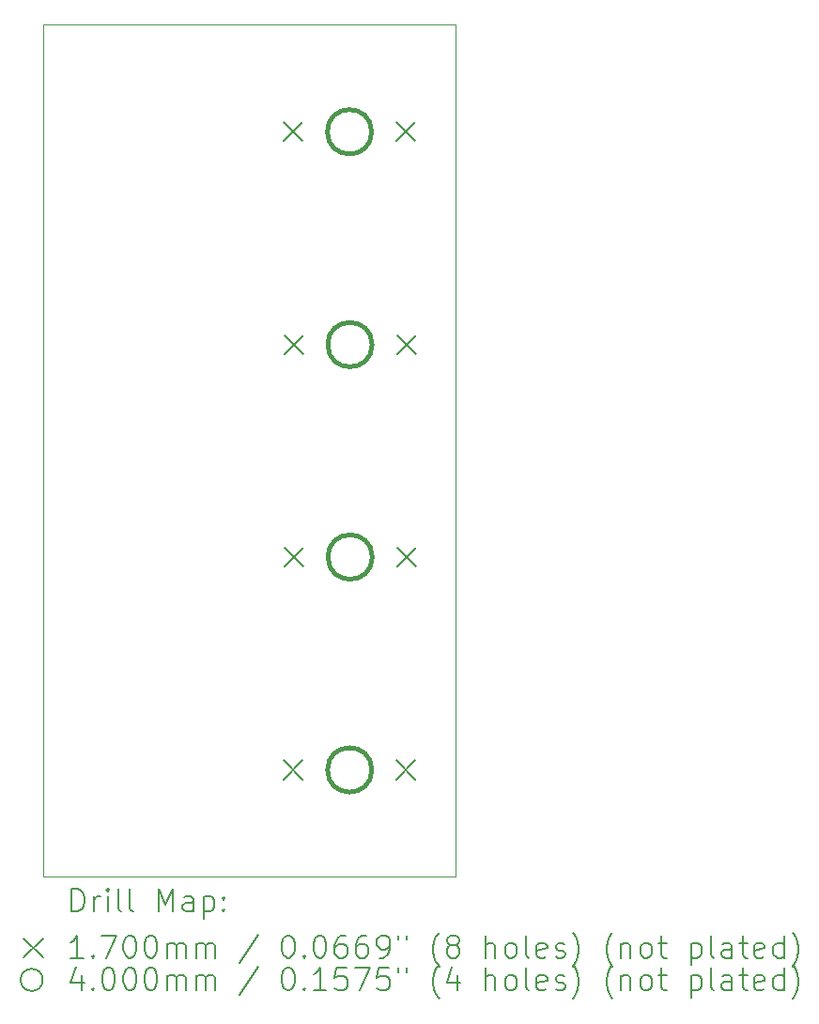
<source format=gbr>
%TF.GenerationSoftware,KiCad,Pcbnew,8.0.6*%
%TF.CreationDate,2024-11-02T08:18:00+08:00*%
%TF.ProjectId,macropad,6d616372-6f70-4616-942e-6b696361645f,rev?*%
%TF.SameCoordinates,Original*%
%TF.FileFunction,Drillmap*%
%TF.FilePolarity,Positive*%
%FSLAX45Y45*%
G04 Gerber Fmt 4.5, Leading zero omitted, Abs format (unit mm)*
G04 Created by KiCad (PCBNEW 8.0.6) date 2024-11-02 08:18:00*
%MOMM*%
%LPD*%
G01*
G04 APERTURE LIST*
%ADD10C,0.050000*%
%ADD11C,0.200000*%
%ADD12C,0.170000*%
%ADD13C,0.400000*%
G04 APERTURE END LIST*
D10*
X12680000Y-7690000D02*
X16400000Y-7690000D01*
X16400000Y-15370000D01*
X12680000Y-15370000D01*
X12680000Y-7690000D01*
D11*
D12*
X14849000Y-8574253D02*
X15019000Y-8744253D01*
X15019000Y-8574253D02*
X14849000Y-8744253D01*
X14850400Y-14324863D02*
X15020400Y-14494863D01*
X15020400Y-14324863D02*
X14850400Y-14494863D01*
X14853000Y-10492410D02*
X15023000Y-10662410D01*
X15023000Y-10492410D02*
X14853000Y-10662410D01*
X14854600Y-12406610D02*
X15024600Y-12576610D01*
X15024600Y-12406610D02*
X14854600Y-12576610D01*
X15865000Y-8574253D02*
X16035000Y-8744253D01*
X16035000Y-8574253D02*
X15865000Y-8744253D01*
X15866400Y-14324863D02*
X16036400Y-14494863D01*
X16036400Y-14324863D02*
X15866400Y-14494863D01*
X15869000Y-10492410D02*
X16039000Y-10662410D01*
X16039000Y-10492410D02*
X15869000Y-10662410D01*
X15870600Y-12406610D02*
X16040600Y-12576610D01*
X16040600Y-12406610D02*
X15870600Y-12576610D01*
D13*
X15642000Y-8659253D02*
G75*
G02*
X15242000Y-8659253I-200000J0D01*
G01*
X15242000Y-8659253D02*
G75*
G02*
X15642000Y-8659253I200000J0D01*
G01*
X15643400Y-14409863D02*
G75*
G02*
X15243400Y-14409863I-200000J0D01*
G01*
X15243400Y-14409863D02*
G75*
G02*
X15643400Y-14409863I200000J0D01*
G01*
X15646000Y-10577410D02*
G75*
G02*
X15246000Y-10577410I-200000J0D01*
G01*
X15246000Y-10577410D02*
G75*
G02*
X15646000Y-10577410I200000J0D01*
G01*
X15647600Y-12491610D02*
G75*
G02*
X15247600Y-12491610I-200000J0D01*
G01*
X15247600Y-12491610D02*
G75*
G02*
X15647600Y-12491610I200000J0D01*
G01*
D11*
X12938277Y-15683984D02*
X12938277Y-15483984D01*
X12938277Y-15483984D02*
X12985896Y-15483984D01*
X12985896Y-15483984D02*
X13014467Y-15493508D01*
X13014467Y-15493508D02*
X13033515Y-15512555D01*
X13033515Y-15512555D02*
X13043039Y-15531603D01*
X13043039Y-15531603D02*
X13052562Y-15569698D01*
X13052562Y-15569698D02*
X13052562Y-15598269D01*
X13052562Y-15598269D02*
X13043039Y-15636365D01*
X13043039Y-15636365D02*
X13033515Y-15655412D01*
X13033515Y-15655412D02*
X13014467Y-15674460D01*
X13014467Y-15674460D02*
X12985896Y-15683984D01*
X12985896Y-15683984D02*
X12938277Y-15683984D01*
X13138277Y-15683984D02*
X13138277Y-15550650D01*
X13138277Y-15588746D02*
X13147801Y-15569698D01*
X13147801Y-15569698D02*
X13157324Y-15560174D01*
X13157324Y-15560174D02*
X13176372Y-15550650D01*
X13176372Y-15550650D02*
X13195420Y-15550650D01*
X13262086Y-15683984D02*
X13262086Y-15550650D01*
X13262086Y-15483984D02*
X13252562Y-15493508D01*
X13252562Y-15493508D02*
X13262086Y-15503031D01*
X13262086Y-15503031D02*
X13271610Y-15493508D01*
X13271610Y-15493508D02*
X13262086Y-15483984D01*
X13262086Y-15483984D02*
X13262086Y-15503031D01*
X13385896Y-15683984D02*
X13366848Y-15674460D01*
X13366848Y-15674460D02*
X13357324Y-15655412D01*
X13357324Y-15655412D02*
X13357324Y-15483984D01*
X13490658Y-15683984D02*
X13471610Y-15674460D01*
X13471610Y-15674460D02*
X13462086Y-15655412D01*
X13462086Y-15655412D02*
X13462086Y-15483984D01*
X13719229Y-15683984D02*
X13719229Y-15483984D01*
X13719229Y-15483984D02*
X13785896Y-15626841D01*
X13785896Y-15626841D02*
X13852562Y-15483984D01*
X13852562Y-15483984D02*
X13852562Y-15683984D01*
X14033515Y-15683984D02*
X14033515Y-15579222D01*
X14033515Y-15579222D02*
X14023991Y-15560174D01*
X14023991Y-15560174D02*
X14004943Y-15550650D01*
X14004943Y-15550650D02*
X13966848Y-15550650D01*
X13966848Y-15550650D02*
X13947801Y-15560174D01*
X14033515Y-15674460D02*
X14014467Y-15683984D01*
X14014467Y-15683984D02*
X13966848Y-15683984D01*
X13966848Y-15683984D02*
X13947801Y-15674460D01*
X13947801Y-15674460D02*
X13938277Y-15655412D01*
X13938277Y-15655412D02*
X13938277Y-15636365D01*
X13938277Y-15636365D02*
X13947801Y-15617317D01*
X13947801Y-15617317D02*
X13966848Y-15607793D01*
X13966848Y-15607793D02*
X14014467Y-15607793D01*
X14014467Y-15607793D02*
X14033515Y-15598269D01*
X14128753Y-15550650D02*
X14128753Y-15750650D01*
X14128753Y-15560174D02*
X14147801Y-15550650D01*
X14147801Y-15550650D02*
X14185896Y-15550650D01*
X14185896Y-15550650D02*
X14204943Y-15560174D01*
X14204943Y-15560174D02*
X14214467Y-15569698D01*
X14214467Y-15569698D02*
X14223991Y-15588746D01*
X14223991Y-15588746D02*
X14223991Y-15645888D01*
X14223991Y-15645888D02*
X14214467Y-15664936D01*
X14214467Y-15664936D02*
X14204943Y-15674460D01*
X14204943Y-15674460D02*
X14185896Y-15683984D01*
X14185896Y-15683984D02*
X14147801Y-15683984D01*
X14147801Y-15683984D02*
X14128753Y-15674460D01*
X14309705Y-15664936D02*
X14319229Y-15674460D01*
X14319229Y-15674460D02*
X14309705Y-15683984D01*
X14309705Y-15683984D02*
X14300182Y-15674460D01*
X14300182Y-15674460D02*
X14309705Y-15664936D01*
X14309705Y-15664936D02*
X14309705Y-15683984D01*
X14309705Y-15560174D02*
X14319229Y-15569698D01*
X14319229Y-15569698D02*
X14309705Y-15579222D01*
X14309705Y-15579222D02*
X14300182Y-15569698D01*
X14300182Y-15569698D02*
X14309705Y-15560174D01*
X14309705Y-15560174D02*
X14309705Y-15579222D01*
D12*
X12507500Y-15927500D02*
X12677500Y-16097500D01*
X12677500Y-15927500D02*
X12507500Y-16097500D01*
D11*
X13043039Y-16103984D02*
X12928753Y-16103984D01*
X12985896Y-16103984D02*
X12985896Y-15903984D01*
X12985896Y-15903984D02*
X12966848Y-15932555D01*
X12966848Y-15932555D02*
X12947801Y-15951603D01*
X12947801Y-15951603D02*
X12928753Y-15961127D01*
X13128753Y-16084936D02*
X13138277Y-16094460D01*
X13138277Y-16094460D02*
X13128753Y-16103984D01*
X13128753Y-16103984D02*
X13119229Y-16094460D01*
X13119229Y-16094460D02*
X13128753Y-16084936D01*
X13128753Y-16084936D02*
X13128753Y-16103984D01*
X13204943Y-15903984D02*
X13338277Y-15903984D01*
X13338277Y-15903984D02*
X13252562Y-16103984D01*
X13452562Y-15903984D02*
X13471610Y-15903984D01*
X13471610Y-15903984D02*
X13490658Y-15913508D01*
X13490658Y-15913508D02*
X13500182Y-15923031D01*
X13500182Y-15923031D02*
X13509705Y-15942079D01*
X13509705Y-15942079D02*
X13519229Y-15980174D01*
X13519229Y-15980174D02*
X13519229Y-16027793D01*
X13519229Y-16027793D02*
X13509705Y-16065888D01*
X13509705Y-16065888D02*
X13500182Y-16084936D01*
X13500182Y-16084936D02*
X13490658Y-16094460D01*
X13490658Y-16094460D02*
X13471610Y-16103984D01*
X13471610Y-16103984D02*
X13452562Y-16103984D01*
X13452562Y-16103984D02*
X13433515Y-16094460D01*
X13433515Y-16094460D02*
X13423991Y-16084936D01*
X13423991Y-16084936D02*
X13414467Y-16065888D01*
X13414467Y-16065888D02*
X13404943Y-16027793D01*
X13404943Y-16027793D02*
X13404943Y-15980174D01*
X13404943Y-15980174D02*
X13414467Y-15942079D01*
X13414467Y-15942079D02*
X13423991Y-15923031D01*
X13423991Y-15923031D02*
X13433515Y-15913508D01*
X13433515Y-15913508D02*
X13452562Y-15903984D01*
X13643039Y-15903984D02*
X13662086Y-15903984D01*
X13662086Y-15903984D02*
X13681134Y-15913508D01*
X13681134Y-15913508D02*
X13690658Y-15923031D01*
X13690658Y-15923031D02*
X13700182Y-15942079D01*
X13700182Y-15942079D02*
X13709705Y-15980174D01*
X13709705Y-15980174D02*
X13709705Y-16027793D01*
X13709705Y-16027793D02*
X13700182Y-16065888D01*
X13700182Y-16065888D02*
X13690658Y-16084936D01*
X13690658Y-16084936D02*
X13681134Y-16094460D01*
X13681134Y-16094460D02*
X13662086Y-16103984D01*
X13662086Y-16103984D02*
X13643039Y-16103984D01*
X13643039Y-16103984D02*
X13623991Y-16094460D01*
X13623991Y-16094460D02*
X13614467Y-16084936D01*
X13614467Y-16084936D02*
X13604943Y-16065888D01*
X13604943Y-16065888D02*
X13595420Y-16027793D01*
X13595420Y-16027793D02*
X13595420Y-15980174D01*
X13595420Y-15980174D02*
X13604943Y-15942079D01*
X13604943Y-15942079D02*
X13614467Y-15923031D01*
X13614467Y-15923031D02*
X13623991Y-15913508D01*
X13623991Y-15913508D02*
X13643039Y-15903984D01*
X13795420Y-16103984D02*
X13795420Y-15970650D01*
X13795420Y-15989698D02*
X13804943Y-15980174D01*
X13804943Y-15980174D02*
X13823991Y-15970650D01*
X13823991Y-15970650D02*
X13852563Y-15970650D01*
X13852563Y-15970650D02*
X13871610Y-15980174D01*
X13871610Y-15980174D02*
X13881134Y-15999222D01*
X13881134Y-15999222D02*
X13881134Y-16103984D01*
X13881134Y-15999222D02*
X13890658Y-15980174D01*
X13890658Y-15980174D02*
X13909705Y-15970650D01*
X13909705Y-15970650D02*
X13938277Y-15970650D01*
X13938277Y-15970650D02*
X13957324Y-15980174D01*
X13957324Y-15980174D02*
X13966848Y-15999222D01*
X13966848Y-15999222D02*
X13966848Y-16103984D01*
X14062086Y-16103984D02*
X14062086Y-15970650D01*
X14062086Y-15989698D02*
X14071610Y-15980174D01*
X14071610Y-15980174D02*
X14090658Y-15970650D01*
X14090658Y-15970650D02*
X14119229Y-15970650D01*
X14119229Y-15970650D02*
X14138277Y-15980174D01*
X14138277Y-15980174D02*
X14147801Y-15999222D01*
X14147801Y-15999222D02*
X14147801Y-16103984D01*
X14147801Y-15999222D02*
X14157324Y-15980174D01*
X14157324Y-15980174D02*
X14176372Y-15970650D01*
X14176372Y-15970650D02*
X14204943Y-15970650D01*
X14204943Y-15970650D02*
X14223991Y-15980174D01*
X14223991Y-15980174D02*
X14233515Y-15999222D01*
X14233515Y-15999222D02*
X14233515Y-16103984D01*
X14623991Y-15894460D02*
X14452563Y-16151603D01*
X14881134Y-15903984D02*
X14900182Y-15903984D01*
X14900182Y-15903984D02*
X14919229Y-15913508D01*
X14919229Y-15913508D02*
X14928753Y-15923031D01*
X14928753Y-15923031D02*
X14938277Y-15942079D01*
X14938277Y-15942079D02*
X14947801Y-15980174D01*
X14947801Y-15980174D02*
X14947801Y-16027793D01*
X14947801Y-16027793D02*
X14938277Y-16065888D01*
X14938277Y-16065888D02*
X14928753Y-16084936D01*
X14928753Y-16084936D02*
X14919229Y-16094460D01*
X14919229Y-16094460D02*
X14900182Y-16103984D01*
X14900182Y-16103984D02*
X14881134Y-16103984D01*
X14881134Y-16103984D02*
X14862086Y-16094460D01*
X14862086Y-16094460D02*
X14852563Y-16084936D01*
X14852563Y-16084936D02*
X14843039Y-16065888D01*
X14843039Y-16065888D02*
X14833515Y-16027793D01*
X14833515Y-16027793D02*
X14833515Y-15980174D01*
X14833515Y-15980174D02*
X14843039Y-15942079D01*
X14843039Y-15942079D02*
X14852563Y-15923031D01*
X14852563Y-15923031D02*
X14862086Y-15913508D01*
X14862086Y-15913508D02*
X14881134Y-15903984D01*
X15033515Y-16084936D02*
X15043039Y-16094460D01*
X15043039Y-16094460D02*
X15033515Y-16103984D01*
X15033515Y-16103984D02*
X15023991Y-16094460D01*
X15023991Y-16094460D02*
X15033515Y-16084936D01*
X15033515Y-16084936D02*
X15033515Y-16103984D01*
X15166848Y-15903984D02*
X15185896Y-15903984D01*
X15185896Y-15903984D02*
X15204944Y-15913508D01*
X15204944Y-15913508D02*
X15214467Y-15923031D01*
X15214467Y-15923031D02*
X15223991Y-15942079D01*
X15223991Y-15942079D02*
X15233515Y-15980174D01*
X15233515Y-15980174D02*
X15233515Y-16027793D01*
X15233515Y-16027793D02*
X15223991Y-16065888D01*
X15223991Y-16065888D02*
X15214467Y-16084936D01*
X15214467Y-16084936D02*
X15204944Y-16094460D01*
X15204944Y-16094460D02*
X15185896Y-16103984D01*
X15185896Y-16103984D02*
X15166848Y-16103984D01*
X15166848Y-16103984D02*
X15147801Y-16094460D01*
X15147801Y-16094460D02*
X15138277Y-16084936D01*
X15138277Y-16084936D02*
X15128753Y-16065888D01*
X15128753Y-16065888D02*
X15119229Y-16027793D01*
X15119229Y-16027793D02*
X15119229Y-15980174D01*
X15119229Y-15980174D02*
X15128753Y-15942079D01*
X15128753Y-15942079D02*
X15138277Y-15923031D01*
X15138277Y-15923031D02*
X15147801Y-15913508D01*
X15147801Y-15913508D02*
X15166848Y-15903984D01*
X15404944Y-15903984D02*
X15366848Y-15903984D01*
X15366848Y-15903984D02*
X15347801Y-15913508D01*
X15347801Y-15913508D02*
X15338277Y-15923031D01*
X15338277Y-15923031D02*
X15319229Y-15951603D01*
X15319229Y-15951603D02*
X15309706Y-15989698D01*
X15309706Y-15989698D02*
X15309706Y-16065888D01*
X15309706Y-16065888D02*
X15319229Y-16084936D01*
X15319229Y-16084936D02*
X15328753Y-16094460D01*
X15328753Y-16094460D02*
X15347801Y-16103984D01*
X15347801Y-16103984D02*
X15385896Y-16103984D01*
X15385896Y-16103984D02*
X15404944Y-16094460D01*
X15404944Y-16094460D02*
X15414467Y-16084936D01*
X15414467Y-16084936D02*
X15423991Y-16065888D01*
X15423991Y-16065888D02*
X15423991Y-16018269D01*
X15423991Y-16018269D02*
X15414467Y-15999222D01*
X15414467Y-15999222D02*
X15404944Y-15989698D01*
X15404944Y-15989698D02*
X15385896Y-15980174D01*
X15385896Y-15980174D02*
X15347801Y-15980174D01*
X15347801Y-15980174D02*
X15328753Y-15989698D01*
X15328753Y-15989698D02*
X15319229Y-15999222D01*
X15319229Y-15999222D02*
X15309706Y-16018269D01*
X15595420Y-15903984D02*
X15557325Y-15903984D01*
X15557325Y-15903984D02*
X15538277Y-15913508D01*
X15538277Y-15913508D02*
X15528753Y-15923031D01*
X15528753Y-15923031D02*
X15509706Y-15951603D01*
X15509706Y-15951603D02*
X15500182Y-15989698D01*
X15500182Y-15989698D02*
X15500182Y-16065888D01*
X15500182Y-16065888D02*
X15509706Y-16084936D01*
X15509706Y-16084936D02*
X15519229Y-16094460D01*
X15519229Y-16094460D02*
X15538277Y-16103984D01*
X15538277Y-16103984D02*
X15576372Y-16103984D01*
X15576372Y-16103984D02*
X15595420Y-16094460D01*
X15595420Y-16094460D02*
X15604944Y-16084936D01*
X15604944Y-16084936D02*
X15614467Y-16065888D01*
X15614467Y-16065888D02*
X15614467Y-16018269D01*
X15614467Y-16018269D02*
X15604944Y-15999222D01*
X15604944Y-15999222D02*
X15595420Y-15989698D01*
X15595420Y-15989698D02*
X15576372Y-15980174D01*
X15576372Y-15980174D02*
X15538277Y-15980174D01*
X15538277Y-15980174D02*
X15519229Y-15989698D01*
X15519229Y-15989698D02*
X15509706Y-15999222D01*
X15509706Y-15999222D02*
X15500182Y-16018269D01*
X15709706Y-16103984D02*
X15747801Y-16103984D01*
X15747801Y-16103984D02*
X15766848Y-16094460D01*
X15766848Y-16094460D02*
X15776372Y-16084936D01*
X15776372Y-16084936D02*
X15795420Y-16056365D01*
X15795420Y-16056365D02*
X15804944Y-16018269D01*
X15804944Y-16018269D02*
X15804944Y-15942079D01*
X15804944Y-15942079D02*
X15795420Y-15923031D01*
X15795420Y-15923031D02*
X15785896Y-15913508D01*
X15785896Y-15913508D02*
X15766848Y-15903984D01*
X15766848Y-15903984D02*
X15728753Y-15903984D01*
X15728753Y-15903984D02*
X15709706Y-15913508D01*
X15709706Y-15913508D02*
X15700182Y-15923031D01*
X15700182Y-15923031D02*
X15690658Y-15942079D01*
X15690658Y-15942079D02*
X15690658Y-15989698D01*
X15690658Y-15989698D02*
X15700182Y-16008746D01*
X15700182Y-16008746D02*
X15709706Y-16018269D01*
X15709706Y-16018269D02*
X15728753Y-16027793D01*
X15728753Y-16027793D02*
X15766848Y-16027793D01*
X15766848Y-16027793D02*
X15785896Y-16018269D01*
X15785896Y-16018269D02*
X15795420Y-16008746D01*
X15795420Y-16008746D02*
X15804944Y-15989698D01*
X15881134Y-15903984D02*
X15881134Y-15942079D01*
X15957325Y-15903984D02*
X15957325Y-15942079D01*
X16252563Y-16180174D02*
X16243039Y-16170650D01*
X16243039Y-16170650D02*
X16223991Y-16142079D01*
X16223991Y-16142079D02*
X16214468Y-16123031D01*
X16214468Y-16123031D02*
X16204944Y-16094460D01*
X16204944Y-16094460D02*
X16195420Y-16046841D01*
X16195420Y-16046841D02*
X16195420Y-16008746D01*
X16195420Y-16008746D02*
X16204944Y-15961127D01*
X16204944Y-15961127D02*
X16214468Y-15932555D01*
X16214468Y-15932555D02*
X16223991Y-15913508D01*
X16223991Y-15913508D02*
X16243039Y-15884936D01*
X16243039Y-15884936D02*
X16252563Y-15875412D01*
X16357325Y-15989698D02*
X16338277Y-15980174D01*
X16338277Y-15980174D02*
X16328753Y-15970650D01*
X16328753Y-15970650D02*
X16319229Y-15951603D01*
X16319229Y-15951603D02*
X16319229Y-15942079D01*
X16319229Y-15942079D02*
X16328753Y-15923031D01*
X16328753Y-15923031D02*
X16338277Y-15913508D01*
X16338277Y-15913508D02*
X16357325Y-15903984D01*
X16357325Y-15903984D02*
X16395420Y-15903984D01*
X16395420Y-15903984D02*
X16414468Y-15913508D01*
X16414468Y-15913508D02*
X16423991Y-15923031D01*
X16423991Y-15923031D02*
X16433515Y-15942079D01*
X16433515Y-15942079D02*
X16433515Y-15951603D01*
X16433515Y-15951603D02*
X16423991Y-15970650D01*
X16423991Y-15970650D02*
X16414468Y-15980174D01*
X16414468Y-15980174D02*
X16395420Y-15989698D01*
X16395420Y-15989698D02*
X16357325Y-15989698D01*
X16357325Y-15989698D02*
X16338277Y-15999222D01*
X16338277Y-15999222D02*
X16328753Y-16008746D01*
X16328753Y-16008746D02*
X16319229Y-16027793D01*
X16319229Y-16027793D02*
X16319229Y-16065888D01*
X16319229Y-16065888D02*
X16328753Y-16084936D01*
X16328753Y-16084936D02*
X16338277Y-16094460D01*
X16338277Y-16094460D02*
X16357325Y-16103984D01*
X16357325Y-16103984D02*
X16395420Y-16103984D01*
X16395420Y-16103984D02*
X16414468Y-16094460D01*
X16414468Y-16094460D02*
X16423991Y-16084936D01*
X16423991Y-16084936D02*
X16433515Y-16065888D01*
X16433515Y-16065888D02*
X16433515Y-16027793D01*
X16433515Y-16027793D02*
X16423991Y-16008746D01*
X16423991Y-16008746D02*
X16414468Y-15999222D01*
X16414468Y-15999222D02*
X16395420Y-15989698D01*
X16671610Y-16103984D02*
X16671610Y-15903984D01*
X16757325Y-16103984D02*
X16757325Y-15999222D01*
X16757325Y-15999222D02*
X16747801Y-15980174D01*
X16747801Y-15980174D02*
X16728753Y-15970650D01*
X16728753Y-15970650D02*
X16700182Y-15970650D01*
X16700182Y-15970650D02*
X16681134Y-15980174D01*
X16681134Y-15980174D02*
X16671610Y-15989698D01*
X16881134Y-16103984D02*
X16862087Y-16094460D01*
X16862087Y-16094460D02*
X16852563Y-16084936D01*
X16852563Y-16084936D02*
X16843039Y-16065888D01*
X16843039Y-16065888D02*
X16843039Y-16008746D01*
X16843039Y-16008746D02*
X16852563Y-15989698D01*
X16852563Y-15989698D02*
X16862087Y-15980174D01*
X16862087Y-15980174D02*
X16881134Y-15970650D01*
X16881134Y-15970650D02*
X16909706Y-15970650D01*
X16909706Y-15970650D02*
X16928753Y-15980174D01*
X16928753Y-15980174D02*
X16938277Y-15989698D01*
X16938277Y-15989698D02*
X16947801Y-16008746D01*
X16947801Y-16008746D02*
X16947801Y-16065888D01*
X16947801Y-16065888D02*
X16938277Y-16084936D01*
X16938277Y-16084936D02*
X16928753Y-16094460D01*
X16928753Y-16094460D02*
X16909706Y-16103984D01*
X16909706Y-16103984D02*
X16881134Y-16103984D01*
X17062087Y-16103984D02*
X17043039Y-16094460D01*
X17043039Y-16094460D02*
X17033515Y-16075412D01*
X17033515Y-16075412D02*
X17033515Y-15903984D01*
X17214468Y-16094460D02*
X17195420Y-16103984D01*
X17195420Y-16103984D02*
X17157325Y-16103984D01*
X17157325Y-16103984D02*
X17138277Y-16094460D01*
X17138277Y-16094460D02*
X17128753Y-16075412D01*
X17128753Y-16075412D02*
X17128753Y-15999222D01*
X17128753Y-15999222D02*
X17138277Y-15980174D01*
X17138277Y-15980174D02*
X17157325Y-15970650D01*
X17157325Y-15970650D02*
X17195420Y-15970650D01*
X17195420Y-15970650D02*
X17214468Y-15980174D01*
X17214468Y-15980174D02*
X17223992Y-15999222D01*
X17223992Y-15999222D02*
X17223992Y-16018269D01*
X17223992Y-16018269D02*
X17128753Y-16037317D01*
X17300182Y-16094460D02*
X17319230Y-16103984D01*
X17319230Y-16103984D02*
X17357325Y-16103984D01*
X17357325Y-16103984D02*
X17376373Y-16094460D01*
X17376373Y-16094460D02*
X17385896Y-16075412D01*
X17385896Y-16075412D02*
X17385896Y-16065888D01*
X17385896Y-16065888D02*
X17376373Y-16046841D01*
X17376373Y-16046841D02*
X17357325Y-16037317D01*
X17357325Y-16037317D02*
X17328753Y-16037317D01*
X17328753Y-16037317D02*
X17309706Y-16027793D01*
X17309706Y-16027793D02*
X17300182Y-16008746D01*
X17300182Y-16008746D02*
X17300182Y-15999222D01*
X17300182Y-15999222D02*
X17309706Y-15980174D01*
X17309706Y-15980174D02*
X17328753Y-15970650D01*
X17328753Y-15970650D02*
X17357325Y-15970650D01*
X17357325Y-15970650D02*
X17376373Y-15980174D01*
X17452563Y-16180174D02*
X17462087Y-16170650D01*
X17462087Y-16170650D02*
X17481134Y-16142079D01*
X17481134Y-16142079D02*
X17490658Y-16123031D01*
X17490658Y-16123031D02*
X17500182Y-16094460D01*
X17500182Y-16094460D02*
X17509706Y-16046841D01*
X17509706Y-16046841D02*
X17509706Y-16008746D01*
X17509706Y-16008746D02*
X17500182Y-15961127D01*
X17500182Y-15961127D02*
X17490658Y-15932555D01*
X17490658Y-15932555D02*
X17481134Y-15913508D01*
X17481134Y-15913508D02*
X17462087Y-15884936D01*
X17462087Y-15884936D02*
X17452563Y-15875412D01*
X17814468Y-16180174D02*
X17804944Y-16170650D01*
X17804944Y-16170650D02*
X17785896Y-16142079D01*
X17785896Y-16142079D02*
X17776373Y-16123031D01*
X17776373Y-16123031D02*
X17766849Y-16094460D01*
X17766849Y-16094460D02*
X17757325Y-16046841D01*
X17757325Y-16046841D02*
X17757325Y-16008746D01*
X17757325Y-16008746D02*
X17766849Y-15961127D01*
X17766849Y-15961127D02*
X17776373Y-15932555D01*
X17776373Y-15932555D02*
X17785896Y-15913508D01*
X17785896Y-15913508D02*
X17804944Y-15884936D01*
X17804944Y-15884936D02*
X17814468Y-15875412D01*
X17890658Y-15970650D02*
X17890658Y-16103984D01*
X17890658Y-15989698D02*
X17900182Y-15980174D01*
X17900182Y-15980174D02*
X17919230Y-15970650D01*
X17919230Y-15970650D02*
X17947801Y-15970650D01*
X17947801Y-15970650D02*
X17966849Y-15980174D01*
X17966849Y-15980174D02*
X17976373Y-15999222D01*
X17976373Y-15999222D02*
X17976373Y-16103984D01*
X18100182Y-16103984D02*
X18081134Y-16094460D01*
X18081134Y-16094460D02*
X18071611Y-16084936D01*
X18071611Y-16084936D02*
X18062087Y-16065888D01*
X18062087Y-16065888D02*
X18062087Y-16008746D01*
X18062087Y-16008746D02*
X18071611Y-15989698D01*
X18071611Y-15989698D02*
X18081134Y-15980174D01*
X18081134Y-15980174D02*
X18100182Y-15970650D01*
X18100182Y-15970650D02*
X18128754Y-15970650D01*
X18128754Y-15970650D02*
X18147801Y-15980174D01*
X18147801Y-15980174D02*
X18157325Y-15989698D01*
X18157325Y-15989698D02*
X18166849Y-16008746D01*
X18166849Y-16008746D02*
X18166849Y-16065888D01*
X18166849Y-16065888D02*
X18157325Y-16084936D01*
X18157325Y-16084936D02*
X18147801Y-16094460D01*
X18147801Y-16094460D02*
X18128754Y-16103984D01*
X18128754Y-16103984D02*
X18100182Y-16103984D01*
X18223992Y-15970650D02*
X18300182Y-15970650D01*
X18252563Y-15903984D02*
X18252563Y-16075412D01*
X18252563Y-16075412D02*
X18262087Y-16094460D01*
X18262087Y-16094460D02*
X18281134Y-16103984D01*
X18281134Y-16103984D02*
X18300182Y-16103984D01*
X18519230Y-15970650D02*
X18519230Y-16170650D01*
X18519230Y-15980174D02*
X18538277Y-15970650D01*
X18538277Y-15970650D02*
X18576373Y-15970650D01*
X18576373Y-15970650D02*
X18595420Y-15980174D01*
X18595420Y-15980174D02*
X18604944Y-15989698D01*
X18604944Y-15989698D02*
X18614468Y-16008746D01*
X18614468Y-16008746D02*
X18614468Y-16065888D01*
X18614468Y-16065888D02*
X18604944Y-16084936D01*
X18604944Y-16084936D02*
X18595420Y-16094460D01*
X18595420Y-16094460D02*
X18576373Y-16103984D01*
X18576373Y-16103984D02*
X18538277Y-16103984D01*
X18538277Y-16103984D02*
X18519230Y-16094460D01*
X18728754Y-16103984D02*
X18709706Y-16094460D01*
X18709706Y-16094460D02*
X18700182Y-16075412D01*
X18700182Y-16075412D02*
X18700182Y-15903984D01*
X18890658Y-16103984D02*
X18890658Y-15999222D01*
X18890658Y-15999222D02*
X18881135Y-15980174D01*
X18881135Y-15980174D02*
X18862087Y-15970650D01*
X18862087Y-15970650D02*
X18823992Y-15970650D01*
X18823992Y-15970650D02*
X18804944Y-15980174D01*
X18890658Y-16094460D02*
X18871611Y-16103984D01*
X18871611Y-16103984D02*
X18823992Y-16103984D01*
X18823992Y-16103984D02*
X18804944Y-16094460D01*
X18804944Y-16094460D02*
X18795420Y-16075412D01*
X18795420Y-16075412D02*
X18795420Y-16056365D01*
X18795420Y-16056365D02*
X18804944Y-16037317D01*
X18804944Y-16037317D02*
X18823992Y-16027793D01*
X18823992Y-16027793D02*
X18871611Y-16027793D01*
X18871611Y-16027793D02*
X18890658Y-16018269D01*
X18957325Y-15970650D02*
X19033515Y-15970650D01*
X18985896Y-15903984D02*
X18985896Y-16075412D01*
X18985896Y-16075412D02*
X18995420Y-16094460D01*
X18995420Y-16094460D02*
X19014468Y-16103984D01*
X19014468Y-16103984D02*
X19033515Y-16103984D01*
X19176373Y-16094460D02*
X19157325Y-16103984D01*
X19157325Y-16103984D02*
X19119230Y-16103984D01*
X19119230Y-16103984D02*
X19100182Y-16094460D01*
X19100182Y-16094460D02*
X19090658Y-16075412D01*
X19090658Y-16075412D02*
X19090658Y-15999222D01*
X19090658Y-15999222D02*
X19100182Y-15980174D01*
X19100182Y-15980174D02*
X19119230Y-15970650D01*
X19119230Y-15970650D02*
X19157325Y-15970650D01*
X19157325Y-15970650D02*
X19176373Y-15980174D01*
X19176373Y-15980174D02*
X19185896Y-15999222D01*
X19185896Y-15999222D02*
X19185896Y-16018269D01*
X19185896Y-16018269D02*
X19090658Y-16037317D01*
X19357325Y-16103984D02*
X19357325Y-15903984D01*
X19357325Y-16094460D02*
X19338277Y-16103984D01*
X19338277Y-16103984D02*
X19300182Y-16103984D01*
X19300182Y-16103984D02*
X19281135Y-16094460D01*
X19281135Y-16094460D02*
X19271611Y-16084936D01*
X19271611Y-16084936D02*
X19262087Y-16065888D01*
X19262087Y-16065888D02*
X19262087Y-16008746D01*
X19262087Y-16008746D02*
X19271611Y-15989698D01*
X19271611Y-15989698D02*
X19281135Y-15980174D01*
X19281135Y-15980174D02*
X19300182Y-15970650D01*
X19300182Y-15970650D02*
X19338277Y-15970650D01*
X19338277Y-15970650D02*
X19357325Y-15980174D01*
X19433516Y-16180174D02*
X19443039Y-16170650D01*
X19443039Y-16170650D02*
X19462087Y-16142079D01*
X19462087Y-16142079D02*
X19471611Y-16123031D01*
X19471611Y-16123031D02*
X19481135Y-16094460D01*
X19481135Y-16094460D02*
X19490658Y-16046841D01*
X19490658Y-16046841D02*
X19490658Y-16008746D01*
X19490658Y-16008746D02*
X19481135Y-15961127D01*
X19481135Y-15961127D02*
X19471611Y-15932555D01*
X19471611Y-15932555D02*
X19462087Y-15913508D01*
X19462087Y-15913508D02*
X19443039Y-15884936D01*
X19443039Y-15884936D02*
X19433516Y-15875412D01*
X12677500Y-16302500D02*
G75*
G02*
X12477500Y-16302500I-100000J0D01*
G01*
X12477500Y-16302500D02*
G75*
G02*
X12677500Y-16302500I100000J0D01*
G01*
X13023991Y-16260650D02*
X13023991Y-16393984D01*
X12976372Y-16184460D02*
X12928753Y-16327317D01*
X12928753Y-16327317D02*
X13052562Y-16327317D01*
X13128753Y-16374936D02*
X13138277Y-16384460D01*
X13138277Y-16384460D02*
X13128753Y-16393984D01*
X13128753Y-16393984D02*
X13119229Y-16384460D01*
X13119229Y-16384460D02*
X13128753Y-16374936D01*
X13128753Y-16374936D02*
X13128753Y-16393984D01*
X13262086Y-16193984D02*
X13281134Y-16193984D01*
X13281134Y-16193984D02*
X13300182Y-16203508D01*
X13300182Y-16203508D02*
X13309705Y-16213031D01*
X13309705Y-16213031D02*
X13319229Y-16232079D01*
X13319229Y-16232079D02*
X13328753Y-16270174D01*
X13328753Y-16270174D02*
X13328753Y-16317793D01*
X13328753Y-16317793D02*
X13319229Y-16355888D01*
X13319229Y-16355888D02*
X13309705Y-16374936D01*
X13309705Y-16374936D02*
X13300182Y-16384460D01*
X13300182Y-16384460D02*
X13281134Y-16393984D01*
X13281134Y-16393984D02*
X13262086Y-16393984D01*
X13262086Y-16393984D02*
X13243039Y-16384460D01*
X13243039Y-16384460D02*
X13233515Y-16374936D01*
X13233515Y-16374936D02*
X13223991Y-16355888D01*
X13223991Y-16355888D02*
X13214467Y-16317793D01*
X13214467Y-16317793D02*
X13214467Y-16270174D01*
X13214467Y-16270174D02*
X13223991Y-16232079D01*
X13223991Y-16232079D02*
X13233515Y-16213031D01*
X13233515Y-16213031D02*
X13243039Y-16203508D01*
X13243039Y-16203508D02*
X13262086Y-16193984D01*
X13452562Y-16193984D02*
X13471610Y-16193984D01*
X13471610Y-16193984D02*
X13490658Y-16203508D01*
X13490658Y-16203508D02*
X13500182Y-16213031D01*
X13500182Y-16213031D02*
X13509705Y-16232079D01*
X13509705Y-16232079D02*
X13519229Y-16270174D01*
X13519229Y-16270174D02*
X13519229Y-16317793D01*
X13519229Y-16317793D02*
X13509705Y-16355888D01*
X13509705Y-16355888D02*
X13500182Y-16374936D01*
X13500182Y-16374936D02*
X13490658Y-16384460D01*
X13490658Y-16384460D02*
X13471610Y-16393984D01*
X13471610Y-16393984D02*
X13452562Y-16393984D01*
X13452562Y-16393984D02*
X13433515Y-16384460D01*
X13433515Y-16384460D02*
X13423991Y-16374936D01*
X13423991Y-16374936D02*
X13414467Y-16355888D01*
X13414467Y-16355888D02*
X13404943Y-16317793D01*
X13404943Y-16317793D02*
X13404943Y-16270174D01*
X13404943Y-16270174D02*
X13414467Y-16232079D01*
X13414467Y-16232079D02*
X13423991Y-16213031D01*
X13423991Y-16213031D02*
X13433515Y-16203508D01*
X13433515Y-16203508D02*
X13452562Y-16193984D01*
X13643039Y-16193984D02*
X13662086Y-16193984D01*
X13662086Y-16193984D02*
X13681134Y-16203508D01*
X13681134Y-16203508D02*
X13690658Y-16213031D01*
X13690658Y-16213031D02*
X13700182Y-16232079D01*
X13700182Y-16232079D02*
X13709705Y-16270174D01*
X13709705Y-16270174D02*
X13709705Y-16317793D01*
X13709705Y-16317793D02*
X13700182Y-16355888D01*
X13700182Y-16355888D02*
X13690658Y-16374936D01*
X13690658Y-16374936D02*
X13681134Y-16384460D01*
X13681134Y-16384460D02*
X13662086Y-16393984D01*
X13662086Y-16393984D02*
X13643039Y-16393984D01*
X13643039Y-16393984D02*
X13623991Y-16384460D01*
X13623991Y-16384460D02*
X13614467Y-16374936D01*
X13614467Y-16374936D02*
X13604943Y-16355888D01*
X13604943Y-16355888D02*
X13595420Y-16317793D01*
X13595420Y-16317793D02*
X13595420Y-16270174D01*
X13595420Y-16270174D02*
X13604943Y-16232079D01*
X13604943Y-16232079D02*
X13614467Y-16213031D01*
X13614467Y-16213031D02*
X13623991Y-16203508D01*
X13623991Y-16203508D02*
X13643039Y-16193984D01*
X13795420Y-16393984D02*
X13795420Y-16260650D01*
X13795420Y-16279698D02*
X13804943Y-16270174D01*
X13804943Y-16270174D02*
X13823991Y-16260650D01*
X13823991Y-16260650D02*
X13852563Y-16260650D01*
X13852563Y-16260650D02*
X13871610Y-16270174D01*
X13871610Y-16270174D02*
X13881134Y-16289222D01*
X13881134Y-16289222D02*
X13881134Y-16393984D01*
X13881134Y-16289222D02*
X13890658Y-16270174D01*
X13890658Y-16270174D02*
X13909705Y-16260650D01*
X13909705Y-16260650D02*
X13938277Y-16260650D01*
X13938277Y-16260650D02*
X13957324Y-16270174D01*
X13957324Y-16270174D02*
X13966848Y-16289222D01*
X13966848Y-16289222D02*
X13966848Y-16393984D01*
X14062086Y-16393984D02*
X14062086Y-16260650D01*
X14062086Y-16279698D02*
X14071610Y-16270174D01*
X14071610Y-16270174D02*
X14090658Y-16260650D01*
X14090658Y-16260650D02*
X14119229Y-16260650D01*
X14119229Y-16260650D02*
X14138277Y-16270174D01*
X14138277Y-16270174D02*
X14147801Y-16289222D01*
X14147801Y-16289222D02*
X14147801Y-16393984D01*
X14147801Y-16289222D02*
X14157324Y-16270174D01*
X14157324Y-16270174D02*
X14176372Y-16260650D01*
X14176372Y-16260650D02*
X14204943Y-16260650D01*
X14204943Y-16260650D02*
X14223991Y-16270174D01*
X14223991Y-16270174D02*
X14233515Y-16289222D01*
X14233515Y-16289222D02*
X14233515Y-16393984D01*
X14623991Y-16184460D02*
X14452563Y-16441603D01*
X14881134Y-16193984D02*
X14900182Y-16193984D01*
X14900182Y-16193984D02*
X14919229Y-16203508D01*
X14919229Y-16203508D02*
X14928753Y-16213031D01*
X14928753Y-16213031D02*
X14938277Y-16232079D01*
X14938277Y-16232079D02*
X14947801Y-16270174D01*
X14947801Y-16270174D02*
X14947801Y-16317793D01*
X14947801Y-16317793D02*
X14938277Y-16355888D01*
X14938277Y-16355888D02*
X14928753Y-16374936D01*
X14928753Y-16374936D02*
X14919229Y-16384460D01*
X14919229Y-16384460D02*
X14900182Y-16393984D01*
X14900182Y-16393984D02*
X14881134Y-16393984D01*
X14881134Y-16393984D02*
X14862086Y-16384460D01*
X14862086Y-16384460D02*
X14852563Y-16374936D01*
X14852563Y-16374936D02*
X14843039Y-16355888D01*
X14843039Y-16355888D02*
X14833515Y-16317793D01*
X14833515Y-16317793D02*
X14833515Y-16270174D01*
X14833515Y-16270174D02*
X14843039Y-16232079D01*
X14843039Y-16232079D02*
X14852563Y-16213031D01*
X14852563Y-16213031D02*
X14862086Y-16203508D01*
X14862086Y-16203508D02*
X14881134Y-16193984D01*
X15033515Y-16374936D02*
X15043039Y-16384460D01*
X15043039Y-16384460D02*
X15033515Y-16393984D01*
X15033515Y-16393984D02*
X15023991Y-16384460D01*
X15023991Y-16384460D02*
X15033515Y-16374936D01*
X15033515Y-16374936D02*
X15033515Y-16393984D01*
X15233515Y-16393984D02*
X15119229Y-16393984D01*
X15176372Y-16393984D02*
X15176372Y-16193984D01*
X15176372Y-16193984D02*
X15157325Y-16222555D01*
X15157325Y-16222555D02*
X15138277Y-16241603D01*
X15138277Y-16241603D02*
X15119229Y-16251127D01*
X15414467Y-16193984D02*
X15319229Y-16193984D01*
X15319229Y-16193984D02*
X15309706Y-16289222D01*
X15309706Y-16289222D02*
X15319229Y-16279698D01*
X15319229Y-16279698D02*
X15338277Y-16270174D01*
X15338277Y-16270174D02*
X15385896Y-16270174D01*
X15385896Y-16270174D02*
X15404944Y-16279698D01*
X15404944Y-16279698D02*
X15414467Y-16289222D01*
X15414467Y-16289222D02*
X15423991Y-16308269D01*
X15423991Y-16308269D02*
X15423991Y-16355888D01*
X15423991Y-16355888D02*
X15414467Y-16374936D01*
X15414467Y-16374936D02*
X15404944Y-16384460D01*
X15404944Y-16384460D02*
X15385896Y-16393984D01*
X15385896Y-16393984D02*
X15338277Y-16393984D01*
X15338277Y-16393984D02*
X15319229Y-16384460D01*
X15319229Y-16384460D02*
X15309706Y-16374936D01*
X15490658Y-16193984D02*
X15623991Y-16193984D01*
X15623991Y-16193984D02*
X15538277Y-16393984D01*
X15795420Y-16193984D02*
X15700182Y-16193984D01*
X15700182Y-16193984D02*
X15690658Y-16289222D01*
X15690658Y-16289222D02*
X15700182Y-16279698D01*
X15700182Y-16279698D02*
X15719229Y-16270174D01*
X15719229Y-16270174D02*
X15766848Y-16270174D01*
X15766848Y-16270174D02*
X15785896Y-16279698D01*
X15785896Y-16279698D02*
X15795420Y-16289222D01*
X15795420Y-16289222D02*
X15804944Y-16308269D01*
X15804944Y-16308269D02*
X15804944Y-16355888D01*
X15804944Y-16355888D02*
X15795420Y-16374936D01*
X15795420Y-16374936D02*
X15785896Y-16384460D01*
X15785896Y-16384460D02*
X15766848Y-16393984D01*
X15766848Y-16393984D02*
X15719229Y-16393984D01*
X15719229Y-16393984D02*
X15700182Y-16384460D01*
X15700182Y-16384460D02*
X15690658Y-16374936D01*
X15881134Y-16193984D02*
X15881134Y-16232079D01*
X15957325Y-16193984D02*
X15957325Y-16232079D01*
X16252563Y-16470174D02*
X16243039Y-16460650D01*
X16243039Y-16460650D02*
X16223991Y-16432079D01*
X16223991Y-16432079D02*
X16214468Y-16413031D01*
X16214468Y-16413031D02*
X16204944Y-16384460D01*
X16204944Y-16384460D02*
X16195420Y-16336841D01*
X16195420Y-16336841D02*
X16195420Y-16298746D01*
X16195420Y-16298746D02*
X16204944Y-16251127D01*
X16204944Y-16251127D02*
X16214468Y-16222555D01*
X16214468Y-16222555D02*
X16223991Y-16203508D01*
X16223991Y-16203508D02*
X16243039Y-16174936D01*
X16243039Y-16174936D02*
X16252563Y-16165412D01*
X16414468Y-16260650D02*
X16414468Y-16393984D01*
X16366848Y-16184460D02*
X16319229Y-16327317D01*
X16319229Y-16327317D02*
X16443039Y-16327317D01*
X16671610Y-16393984D02*
X16671610Y-16193984D01*
X16757325Y-16393984D02*
X16757325Y-16289222D01*
X16757325Y-16289222D02*
X16747801Y-16270174D01*
X16747801Y-16270174D02*
X16728753Y-16260650D01*
X16728753Y-16260650D02*
X16700182Y-16260650D01*
X16700182Y-16260650D02*
X16681134Y-16270174D01*
X16681134Y-16270174D02*
X16671610Y-16279698D01*
X16881134Y-16393984D02*
X16862087Y-16384460D01*
X16862087Y-16384460D02*
X16852563Y-16374936D01*
X16852563Y-16374936D02*
X16843039Y-16355888D01*
X16843039Y-16355888D02*
X16843039Y-16298746D01*
X16843039Y-16298746D02*
X16852563Y-16279698D01*
X16852563Y-16279698D02*
X16862087Y-16270174D01*
X16862087Y-16270174D02*
X16881134Y-16260650D01*
X16881134Y-16260650D02*
X16909706Y-16260650D01*
X16909706Y-16260650D02*
X16928753Y-16270174D01*
X16928753Y-16270174D02*
X16938277Y-16279698D01*
X16938277Y-16279698D02*
X16947801Y-16298746D01*
X16947801Y-16298746D02*
X16947801Y-16355888D01*
X16947801Y-16355888D02*
X16938277Y-16374936D01*
X16938277Y-16374936D02*
X16928753Y-16384460D01*
X16928753Y-16384460D02*
X16909706Y-16393984D01*
X16909706Y-16393984D02*
X16881134Y-16393984D01*
X17062087Y-16393984D02*
X17043039Y-16384460D01*
X17043039Y-16384460D02*
X17033515Y-16365412D01*
X17033515Y-16365412D02*
X17033515Y-16193984D01*
X17214468Y-16384460D02*
X17195420Y-16393984D01*
X17195420Y-16393984D02*
X17157325Y-16393984D01*
X17157325Y-16393984D02*
X17138277Y-16384460D01*
X17138277Y-16384460D02*
X17128753Y-16365412D01*
X17128753Y-16365412D02*
X17128753Y-16289222D01*
X17128753Y-16289222D02*
X17138277Y-16270174D01*
X17138277Y-16270174D02*
X17157325Y-16260650D01*
X17157325Y-16260650D02*
X17195420Y-16260650D01*
X17195420Y-16260650D02*
X17214468Y-16270174D01*
X17214468Y-16270174D02*
X17223992Y-16289222D01*
X17223992Y-16289222D02*
X17223992Y-16308269D01*
X17223992Y-16308269D02*
X17128753Y-16327317D01*
X17300182Y-16384460D02*
X17319230Y-16393984D01*
X17319230Y-16393984D02*
X17357325Y-16393984D01*
X17357325Y-16393984D02*
X17376373Y-16384460D01*
X17376373Y-16384460D02*
X17385896Y-16365412D01*
X17385896Y-16365412D02*
X17385896Y-16355888D01*
X17385896Y-16355888D02*
X17376373Y-16336841D01*
X17376373Y-16336841D02*
X17357325Y-16327317D01*
X17357325Y-16327317D02*
X17328753Y-16327317D01*
X17328753Y-16327317D02*
X17309706Y-16317793D01*
X17309706Y-16317793D02*
X17300182Y-16298746D01*
X17300182Y-16298746D02*
X17300182Y-16289222D01*
X17300182Y-16289222D02*
X17309706Y-16270174D01*
X17309706Y-16270174D02*
X17328753Y-16260650D01*
X17328753Y-16260650D02*
X17357325Y-16260650D01*
X17357325Y-16260650D02*
X17376373Y-16270174D01*
X17452563Y-16470174D02*
X17462087Y-16460650D01*
X17462087Y-16460650D02*
X17481134Y-16432079D01*
X17481134Y-16432079D02*
X17490658Y-16413031D01*
X17490658Y-16413031D02*
X17500182Y-16384460D01*
X17500182Y-16384460D02*
X17509706Y-16336841D01*
X17509706Y-16336841D02*
X17509706Y-16298746D01*
X17509706Y-16298746D02*
X17500182Y-16251127D01*
X17500182Y-16251127D02*
X17490658Y-16222555D01*
X17490658Y-16222555D02*
X17481134Y-16203508D01*
X17481134Y-16203508D02*
X17462087Y-16174936D01*
X17462087Y-16174936D02*
X17452563Y-16165412D01*
X17814468Y-16470174D02*
X17804944Y-16460650D01*
X17804944Y-16460650D02*
X17785896Y-16432079D01*
X17785896Y-16432079D02*
X17776373Y-16413031D01*
X17776373Y-16413031D02*
X17766849Y-16384460D01*
X17766849Y-16384460D02*
X17757325Y-16336841D01*
X17757325Y-16336841D02*
X17757325Y-16298746D01*
X17757325Y-16298746D02*
X17766849Y-16251127D01*
X17766849Y-16251127D02*
X17776373Y-16222555D01*
X17776373Y-16222555D02*
X17785896Y-16203508D01*
X17785896Y-16203508D02*
X17804944Y-16174936D01*
X17804944Y-16174936D02*
X17814468Y-16165412D01*
X17890658Y-16260650D02*
X17890658Y-16393984D01*
X17890658Y-16279698D02*
X17900182Y-16270174D01*
X17900182Y-16270174D02*
X17919230Y-16260650D01*
X17919230Y-16260650D02*
X17947801Y-16260650D01*
X17947801Y-16260650D02*
X17966849Y-16270174D01*
X17966849Y-16270174D02*
X17976373Y-16289222D01*
X17976373Y-16289222D02*
X17976373Y-16393984D01*
X18100182Y-16393984D02*
X18081134Y-16384460D01*
X18081134Y-16384460D02*
X18071611Y-16374936D01*
X18071611Y-16374936D02*
X18062087Y-16355888D01*
X18062087Y-16355888D02*
X18062087Y-16298746D01*
X18062087Y-16298746D02*
X18071611Y-16279698D01*
X18071611Y-16279698D02*
X18081134Y-16270174D01*
X18081134Y-16270174D02*
X18100182Y-16260650D01*
X18100182Y-16260650D02*
X18128754Y-16260650D01*
X18128754Y-16260650D02*
X18147801Y-16270174D01*
X18147801Y-16270174D02*
X18157325Y-16279698D01*
X18157325Y-16279698D02*
X18166849Y-16298746D01*
X18166849Y-16298746D02*
X18166849Y-16355888D01*
X18166849Y-16355888D02*
X18157325Y-16374936D01*
X18157325Y-16374936D02*
X18147801Y-16384460D01*
X18147801Y-16384460D02*
X18128754Y-16393984D01*
X18128754Y-16393984D02*
X18100182Y-16393984D01*
X18223992Y-16260650D02*
X18300182Y-16260650D01*
X18252563Y-16193984D02*
X18252563Y-16365412D01*
X18252563Y-16365412D02*
X18262087Y-16384460D01*
X18262087Y-16384460D02*
X18281134Y-16393984D01*
X18281134Y-16393984D02*
X18300182Y-16393984D01*
X18519230Y-16260650D02*
X18519230Y-16460650D01*
X18519230Y-16270174D02*
X18538277Y-16260650D01*
X18538277Y-16260650D02*
X18576373Y-16260650D01*
X18576373Y-16260650D02*
X18595420Y-16270174D01*
X18595420Y-16270174D02*
X18604944Y-16279698D01*
X18604944Y-16279698D02*
X18614468Y-16298746D01*
X18614468Y-16298746D02*
X18614468Y-16355888D01*
X18614468Y-16355888D02*
X18604944Y-16374936D01*
X18604944Y-16374936D02*
X18595420Y-16384460D01*
X18595420Y-16384460D02*
X18576373Y-16393984D01*
X18576373Y-16393984D02*
X18538277Y-16393984D01*
X18538277Y-16393984D02*
X18519230Y-16384460D01*
X18728754Y-16393984D02*
X18709706Y-16384460D01*
X18709706Y-16384460D02*
X18700182Y-16365412D01*
X18700182Y-16365412D02*
X18700182Y-16193984D01*
X18890658Y-16393984D02*
X18890658Y-16289222D01*
X18890658Y-16289222D02*
X18881135Y-16270174D01*
X18881135Y-16270174D02*
X18862087Y-16260650D01*
X18862087Y-16260650D02*
X18823992Y-16260650D01*
X18823992Y-16260650D02*
X18804944Y-16270174D01*
X18890658Y-16384460D02*
X18871611Y-16393984D01*
X18871611Y-16393984D02*
X18823992Y-16393984D01*
X18823992Y-16393984D02*
X18804944Y-16384460D01*
X18804944Y-16384460D02*
X18795420Y-16365412D01*
X18795420Y-16365412D02*
X18795420Y-16346365D01*
X18795420Y-16346365D02*
X18804944Y-16327317D01*
X18804944Y-16327317D02*
X18823992Y-16317793D01*
X18823992Y-16317793D02*
X18871611Y-16317793D01*
X18871611Y-16317793D02*
X18890658Y-16308269D01*
X18957325Y-16260650D02*
X19033515Y-16260650D01*
X18985896Y-16193984D02*
X18985896Y-16365412D01*
X18985896Y-16365412D02*
X18995420Y-16384460D01*
X18995420Y-16384460D02*
X19014468Y-16393984D01*
X19014468Y-16393984D02*
X19033515Y-16393984D01*
X19176373Y-16384460D02*
X19157325Y-16393984D01*
X19157325Y-16393984D02*
X19119230Y-16393984D01*
X19119230Y-16393984D02*
X19100182Y-16384460D01*
X19100182Y-16384460D02*
X19090658Y-16365412D01*
X19090658Y-16365412D02*
X19090658Y-16289222D01*
X19090658Y-16289222D02*
X19100182Y-16270174D01*
X19100182Y-16270174D02*
X19119230Y-16260650D01*
X19119230Y-16260650D02*
X19157325Y-16260650D01*
X19157325Y-16260650D02*
X19176373Y-16270174D01*
X19176373Y-16270174D02*
X19185896Y-16289222D01*
X19185896Y-16289222D02*
X19185896Y-16308269D01*
X19185896Y-16308269D02*
X19090658Y-16327317D01*
X19357325Y-16393984D02*
X19357325Y-16193984D01*
X19357325Y-16384460D02*
X19338277Y-16393984D01*
X19338277Y-16393984D02*
X19300182Y-16393984D01*
X19300182Y-16393984D02*
X19281135Y-16384460D01*
X19281135Y-16384460D02*
X19271611Y-16374936D01*
X19271611Y-16374936D02*
X19262087Y-16355888D01*
X19262087Y-16355888D02*
X19262087Y-16298746D01*
X19262087Y-16298746D02*
X19271611Y-16279698D01*
X19271611Y-16279698D02*
X19281135Y-16270174D01*
X19281135Y-16270174D02*
X19300182Y-16260650D01*
X19300182Y-16260650D02*
X19338277Y-16260650D01*
X19338277Y-16260650D02*
X19357325Y-16270174D01*
X19433516Y-16470174D02*
X19443039Y-16460650D01*
X19443039Y-16460650D02*
X19462087Y-16432079D01*
X19462087Y-16432079D02*
X19471611Y-16413031D01*
X19471611Y-16413031D02*
X19481135Y-16384460D01*
X19481135Y-16384460D02*
X19490658Y-16336841D01*
X19490658Y-16336841D02*
X19490658Y-16298746D01*
X19490658Y-16298746D02*
X19481135Y-16251127D01*
X19481135Y-16251127D02*
X19471611Y-16222555D01*
X19471611Y-16222555D02*
X19462087Y-16203508D01*
X19462087Y-16203508D02*
X19443039Y-16174936D01*
X19443039Y-16174936D02*
X19433516Y-16165412D01*
M02*

</source>
